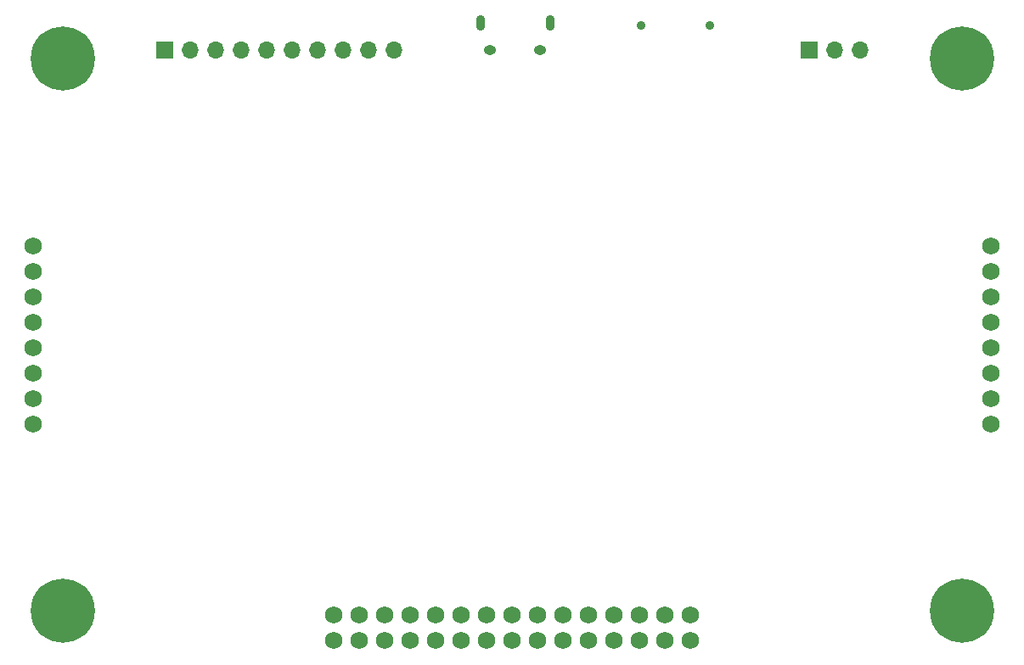
<source format=gbr>
%TF.GenerationSoftware,KiCad,Pcbnew,8.0.7*%
%TF.CreationDate,2025-01-22T16:07:48-05:00*%
%TF.ProjectId,companion,636f6d70-616e-4696-9f6e-2e6b69636164,rev?*%
%TF.SameCoordinates,Original*%
%TF.FileFunction,Soldermask,Bot*%
%TF.FilePolarity,Negative*%
%FSLAX46Y46*%
G04 Gerber Fmt 4.6, Leading zero omitted, Abs format (unit mm)*
G04 Created by KiCad (PCBNEW 8.0.7) date 2025-01-22 16:07:48*
%MOMM*%
%LPD*%
G01*
G04 APERTURE LIST*
%ADD10C,1.750000*%
%ADD11C,0.800000*%
%ADD12C,6.400000*%
%ADD13O,0.890000X1.550000*%
%ADD14O,1.250000X0.950000*%
%ADD15C,0.900000*%
%ADD16R,1.700000X1.700000*%
%ADD17O,1.700000X1.700000*%
G04 APERTURE END LIST*
D10*
%TO.C,U1*%
X103632000Y-66040000D03*
X103632000Y-68580000D03*
X103632000Y-71120000D03*
X103632000Y-73660000D03*
X103632000Y-76200000D03*
X103632000Y-78740000D03*
X103632000Y-81280000D03*
X103632000Y-83820000D03*
X133604000Y-105410000D03*
X136144000Y-105410000D03*
X138684000Y-105410000D03*
X141224000Y-105410000D03*
X143764000Y-105410000D03*
X146304000Y-105410000D03*
X148844000Y-105410000D03*
X151384000Y-105410000D03*
X153924000Y-105410000D03*
X156464000Y-105410000D03*
X159004000Y-105410000D03*
X161544000Y-105410000D03*
X164084000Y-105410000D03*
X166624000Y-105410000D03*
X169164000Y-105410000D03*
X169164000Y-102870000D03*
X166624000Y-102870000D03*
X164084000Y-102870000D03*
X161544000Y-102870000D03*
X159004000Y-102870000D03*
X156464000Y-102870000D03*
X153924000Y-102870000D03*
X151384000Y-102870000D03*
X148844000Y-102870000D03*
X146304000Y-102870000D03*
X143764000Y-102870000D03*
X141224000Y-102870000D03*
X138684000Y-102870000D03*
X136144000Y-102870000D03*
X133604000Y-102870000D03*
X199136000Y-83820000D03*
X199136000Y-81280000D03*
X199136000Y-78740000D03*
X199136000Y-76200000D03*
X199136000Y-73660000D03*
X199136000Y-71120000D03*
X199136000Y-68580000D03*
X199136000Y-66040000D03*
%TD*%
D11*
%TO.C,H3*%
X193815000Y-102489000D03*
X194517944Y-100791944D03*
X194517944Y-104186056D03*
X196215000Y-100089000D03*
D12*
X196215000Y-102489000D03*
D11*
X196215000Y-104889000D03*
X197912056Y-100791944D03*
X197912056Y-104186056D03*
X198615000Y-102489000D03*
%TD*%
%TO.C,H1*%
X104153000Y-47371000D03*
X104855944Y-45673944D03*
X104855944Y-49068056D03*
X106553000Y-44971000D03*
D12*
X106553000Y-47371000D03*
D11*
X106553000Y-49771000D03*
X108250056Y-45673944D03*
X108250056Y-49068056D03*
X108953000Y-47371000D03*
%TD*%
%TO.C,H2*%
X193815000Y-47371000D03*
X194517944Y-45673944D03*
X194517944Y-49068056D03*
X196215000Y-44971000D03*
D12*
X196215000Y-47371000D03*
D11*
X196215000Y-49771000D03*
X197912056Y-45673944D03*
X197912056Y-49068056D03*
X198615000Y-47371000D03*
%TD*%
D13*
%TO.C,J1*%
X155209000Y-43815000D03*
D14*
X154209000Y-46515000D03*
X149209000Y-46515000D03*
D13*
X148209000Y-43815000D03*
%TD*%
D15*
%TO.C,SW1*%
X171067000Y-44069000D03*
X164267000Y-44069000D03*
%TD*%
D16*
%TO.C,J2*%
X116713000Y-46482000D03*
D17*
X119253000Y-46482000D03*
X121793000Y-46482000D03*
X124333000Y-46482000D03*
X126873000Y-46482000D03*
X129413000Y-46482000D03*
X131953000Y-46482000D03*
X134493000Y-46482000D03*
X137033000Y-46482000D03*
X139573000Y-46482000D03*
%TD*%
D11*
%TO.C,H4*%
X104153000Y-102489000D03*
X104855944Y-100791944D03*
X104855944Y-104186056D03*
X106553000Y-100089000D03*
D12*
X106553000Y-102489000D03*
D11*
X106553000Y-104889000D03*
X108250056Y-100791944D03*
X108250056Y-104186056D03*
X108953000Y-102489000D03*
%TD*%
D16*
%TO.C,J3*%
X180975000Y-46482000D03*
D17*
X183515000Y-46482000D03*
X186055000Y-46482000D03*
%TD*%
M02*

</source>
